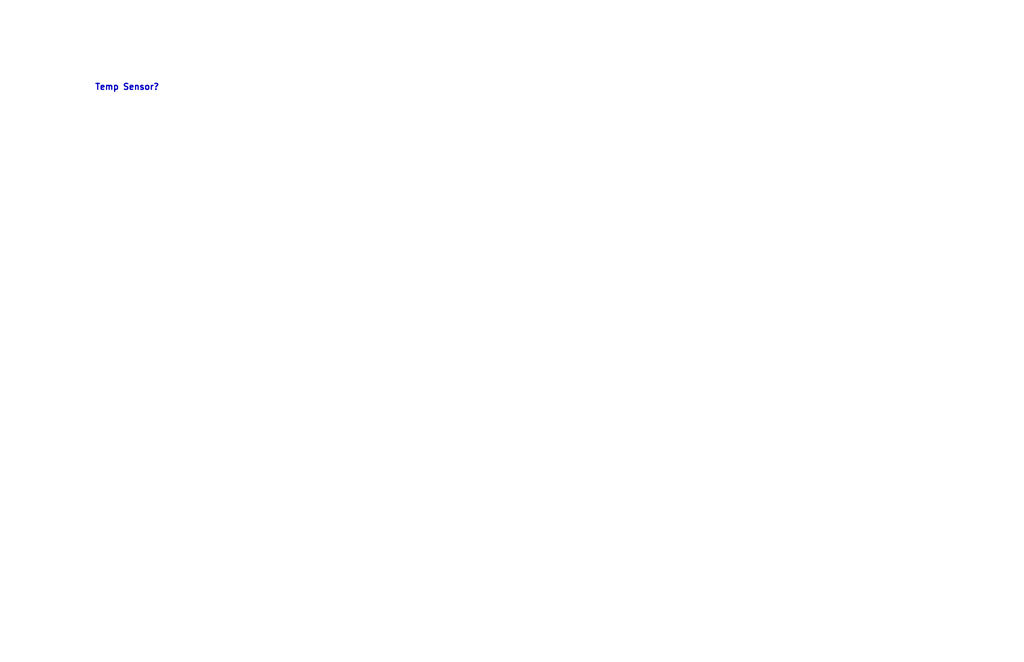
<source format=kicad_sch>
(kicad_sch
	(version 20250114)
	(generator "eeschema")
	(generator_version "9.0")
	(uuid "2206ab15-24b3-4763-9971-3b6b88b82e5b")
	(paper "USLedger")
	(title_block
		(date "2025-07-01")
		(rev "A")
		(company "Bronco STAR - BLV")
	)
	(lib_symbols)
	(text "Temp Sensor?"
		(exclude_from_sim no)
		(at 53.594 36.83 0)
		(effects
			(font
				(size 2.54 2.54)
				(thickness 0.508)
				(bold yes)
			)
		)
		(uuid "6513229d-2ae4-4a30-a6e6-0d9075da59c0")
	)
)

</source>
